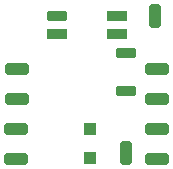
<source format=gbp>
%TF.GenerationSoftware,KiCad,Pcbnew,8.0.5*%
%TF.CreationDate,2024-09-21T17:11:46+02:00*%
%TF.ProjectId,keycap,6b657963-6170-42e6-9b69-6361645f7063,rev?*%
%TF.SameCoordinates,Original*%
%TF.FileFunction,Paste,Bot*%
%TF.FilePolarity,Positive*%
%FSLAX46Y46*%
G04 Gerber Fmt 4.6, Leading zero omitted, Abs format (unit mm)*
G04 Created by KiCad (PCBNEW 8.0.5) date 2024-09-21 17:11:46*
%MOMM*%
%LPD*%
G01*
G04 APERTURE LIST*
G04 Aperture macros list*
%AMRoundRect*
0 Rectangle with rounded corners*
0 $1 Rounding radius*
0 $2 $3 $4 $5 $6 $7 $8 $9 X,Y pos of 4 corners*
0 Add a 4 corners polygon primitive as box body*
4,1,4,$2,$3,$4,$5,$6,$7,$8,$9,$2,$3,0*
0 Add four circle primitives for the rounded corners*
1,1,$1+$1,$2,$3*
1,1,$1+$1,$4,$5*
1,1,$1+$1,$6,$7*
1,1,$1+$1,$8,$9*
0 Add four rect primitives between the rounded corners*
20,1,$1+$1,$2,$3,$4,$5,0*
20,1,$1+$1,$4,$5,$6,$7,0*
20,1,$1+$1,$6,$7,$8,$9,0*
20,1,$1+$1,$8,$9,$2,$3,0*%
G04 Aperture macros list end*
%ADD10RoundRect,0.205000X0.645000X0.205000X-0.645000X0.205000X-0.645000X-0.205000X0.645000X-0.205000X0*%
%ADD11RoundRect,0.250000X0.750000X-0.250000X0.750000X0.250000X-0.750000X0.250000X-0.750000X-0.250000X0*%
%ADD12RoundRect,0.250000X-0.750000X0.250000X-0.750000X-0.250000X0.750000X-0.250000X0.750000X0.250000X0*%
%ADD13RoundRect,0.250000X0.250000X0.750000X-0.250000X0.750000X-0.250000X-0.750000X0.250000X-0.750000X0*%
%ADD14R,1.000000X1.000000*%
%ADD15RoundRect,0.250000X-0.250000X-0.750000X0.250000X-0.750000X0.250000X0.750000X-0.250000X0.750000X0*%
%ADD16R,1.700000X0.820000*%
G04 APERTURE END LIST*
D10*
X124400000Y-110600000D03*
X124400000Y-113800000D03*
D11*
X115100000Y-119550000D03*
D12*
X127050000Y-119545100D03*
X127050000Y-114465100D03*
D13*
X124460000Y-119054880D03*
D14*
X121350000Y-119500000D03*
X121350000Y-117000000D03*
D12*
X127050000Y-117000000D03*
X115150000Y-114449860D03*
D11*
X115163600Y-111925100D03*
D12*
X127050000Y-111925100D03*
D15*
X126900000Y-107452160D03*
D12*
X115117880Y-117005100D03*
D16*
X123650000Y-108950000D03*
X123650000Y-107450000D03*
D10*
X118550000Y-107450000D03*
D16*
X118550000Y-108950000D03*
M02*

</source>
